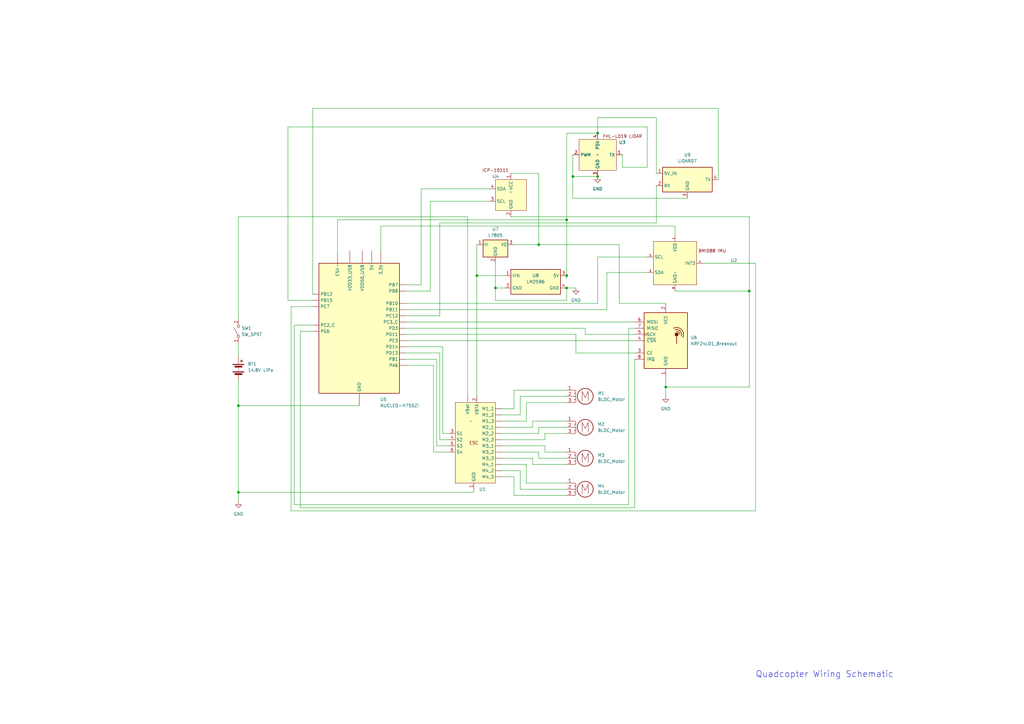
<source format=kicad_sch>
(kicad_sch (version 20230121) (generator eeschema)
  (paper "A3")
  (lib_symbols
    (symbol "Device:Battery" (pin_numbers hide) (pin_names (offset 0) hide)
      (property "Reference" "BT" (at 2.54 2.54 0))
      (property "Value" "Battery" (at 2.54 0 0))
      (symbol "Battery_0_1"
        (rectangle (start -2.286 -1.27) (end 2.286 -1.524) (fill (type outline)))
        (rectangle (start -2.286 1.778) (end 2.286 1.524) (fill (type outline)))
        (rectangle (start -1.524 -2.032) (end 1.524 -2.54) (fill (type outline)))
        (rectangle (start -1.524 1.016) (end 1.524 0.508) (fill (type outline)))
        (polyline (pts (xy 0 -1.016) (xy 0 -0.762)))
        (polyline (pts (xy 0 -0.508) (xy 0 -0.254)))
        (polyline (pts (xy 0 0) (xy 0 0.254)))
        (polyline (pts (xy 0 1.778) (xy 0 2.54)))
        (polyline (pts (xy 0.762 3.048) (xy 1.778 3.048)) (stroke (width 0.254)))
        (polyline (pts (xy 1.27 3.556) (xy 1.27 2.54)) (stroke (width 0.254)))
      )
      (symbol "Battery_1_1"
        (pin passive line (at 0 5.08 270) (length 2.54) (name "+") (number "1"))
        (pin passive line (at 0 -5.08 90) (length 2.54) (name "-") (number "2"))
      )
    )
    (symbol "RF:NRF24L01_Breakout" (pin_names (offset 1.016))
      (property "Reference" "U" (at -8.89 12.7 0))
      (property "Value" "NRF24L01_Breakout" (at 3.81 12.7 0))
      (symbol "NRF24L01_Breakout_0_1"
        (rectangle (start -8.89 11.43) (end 8.89 -11.43) (stroke (width 0.254)) (fill (type background)))
        (polyline (pts (xy 4.445 1.905) (xy 4.445 -1.27)) (stroke (width 0.254)))
        (circle (center 4.445 2.54) (radius 0.635) (stroke (width 0.254)) (fill (type outline)))
        (arc (start 5.715 2.54) (mid 5.3521 3.4546) (end 4.445 3.81) (stroke (width 0.254)))
        (arc (start 6.35 1.905) (mid 5.8763 3.9854) (end 3.81 4.445) (stroke (width 0.254)))
        (arc (start 6.985 1.27) (mid 6.453 4.548) (end 3.175 5.08) (stroke (width 0.254)))
      )
      (symbol "NRF24L01_Breakout_1_1"
        (pin power_in line (at 0 -15.24 90) (length 3.81) (name "GND") (number "1"))
        (pin power_in line (at 0 15.24 270) (length 3.81) (name "VCC") (number "2"))
        (pin input line (at -12.7 -5.08 0) (length 3.81) (name "CE") (number "3"))
        (pin input line (at -12.7 0 0) (length 3.81) (name "~{CSN}") (number "4"))
        (pin input clock (at -12.7 2.54 0) (length 3.81) (name "SCK") (number "5"))
        (pin input line (at -12.7 7.62 0) (length 3.81) (name "MOSI") (number "6"))
        (pin output line (at -12.7 5.08 0) (length 3.81) (name "MISO") (number "7"))
        (pin output line (at -12.7 -7.62 0) (length 3.81) (name "IRQ") (number "8"))
      )
    )
    (symbol "Regulator_Linear:LM7805_TO220" (pin_names (offset 0.254))
      (property "Reference" "U" (at -3.81 3.175 0))
      (property "Value" "LM7805_TO220" (at 0 3.175 0))
      (symbol "LM7805_TO220_0_1"
        (rectangle (start -5.08 1.905) (end 5.08 -5.08) (stroke (width 0.254)) (fill (type background)))
      )
      (symbol "LM7805_TO220_1_1"
        (pin power_in line (at -7.62 0 0) (length 2.54) (name "VI") (number "1"))
        (pin power_in line (at 0 -7.62 90) (length 2.54) (name "GND") (number "2"))
        (pin power_out line (at 7.62 0 180) (length 2.54) (name "VO") (number "3"))
      )
    )
    (symbol "Regulator_Switching:LM2595S-5"
      (property "Reference" "U9" (at 0 10.16 0))
      (property "Value" "LIDAR07" (at 0 7.62 0))
      (symbol "LM2595S-5_0_1"
        (rectangle (start -10.16 5.08) (end 10.16 -5.08) (stroke (width 0.254)) (fill (type background)))
      )
      (symbol "LM2595S-5_1_1"
        (pin power_in line (at -12.7 2.54 0) (length 2.54) (name "5V_IN") (number "1"))
        (pin input line (at -12.7 -2.54 0) (length 2.54) (name "RX") (number "2"))
        (pin power_in line (at 0 -7.62 90) (length 2.54) (name "GND") (number "3"))
        (pin output line (at 12.7 0 180) (length 2.54) (name "TX") (number "4"))
      )
    )
    (symbol "Regulator_Switching:LM2596S-5"
      (property "Reference" "U8" (at 0 2.54 0))
      (property "Value" "LM2596" (at 0 0 0))
      (symbol "LM2596S-5_0_1"
        (rectangle (start -10.16 5.08) (end 10.16 -5.08) (stroke (width 0.254)) (fill (type background)))
      )
      (symbol "LM2596S-5_1_1"
        (pin power_in line (at -12.7 2.54 0) (length 2.54) (name "VIN") (number "1"))
        (pin input line (at -12.7 -2.54 0) (length 2.54) (name "GND") (number "2"))
        (pin input line (at 12.7 2.54 180) (length 2.54) (name "5V") (number "3"))
        (pin output line (at 12.7 -2.54 180) (length 2.54) (name "GND") (number "4"))
      )
    )
    (symbol "SP_Library:BLDC_Motor" (pin_names (offset 0) hide)
      (property "Reference" "M" (at 3.81 2.54 0))
      (property "Value" "BLDC_Motor" (at 3.81 1.27 0))
      (symbol "BLDC_Motor_0_0"
        (polyline (pts (xy -1.27 -1.778) (xy -1.27 2.032) (xy 0 -0.508) (xy 1.27 2.032) (xy 1.27 -1.778)))
      )
      (symbol "BLDC_Motor_0_1"
        (arc (start -4.445 -2.54) (mid -3.8127 -1.905) (end -4.445 -1.27))
        (arc (start -4.445 -1.27) (mid -3.8127 -0.635) (end -4.445 0))
        (arc (start -4.445 0) (mid -3.8127 0.635) (end -4.445 1.27))
        (arc (start -4.445 1.27) (mid -3.8127 1.905) (end -4.445 2.54))
        (polyline (pts (xy -5.08 -2.54) (xy -4.445 -2.54)))
        (polyline (pts (xy -5.08 2.54) (xy -4.445 2.54)))
        (polyline (pts (xy -4.445 0) (xy -5.08 0)))
        (circle (center 0 0) (radius 3.2512) (stroke (width 0.254)))
      )
      (symbol "BLDC_Motor_1_1"
        (pin passive line (at -7.62 2.54 0) (length 2.54) (name "~") (number "1"))
        (pin passive line (at -7.62 0 0) (length 2.54) (name "~") (number "2"))
        (pin passive line (at -7.62 -2.54 0) (length 2.54) (name "~") (number "3"))
      )
    )
    (symbol "SP_Library:BLS_50A_4-in-1_ESC"
      (property "Reference" "U" (at 0 2.54 0))
      (symbol "BLS_50A_4-in-1_ESC_1_1"
        (rectangle (start -7.62 15.24) (end 8.89 -17.78) (fill (type background)))
        (text "ESC" (at 0 -1.27 0) (effects (font (size 1.27 1.27))))
        (pin output line (at 11.43 12.7 180) (length 2.54) (name "M1_1") (number ""))
        (pin output line (at 11.43 10.16 180) (length 2.54) (name "M1_2") (number ""))
        (pin output line (at 11.43 7.62 180) (length 2.54) (name "M1_3") (number ""))
        (pin output line (at 11.43 5.08 180) (length 2.54) (name "M2_1") (number ""))
        (pin output line (at 11.43 2.54 180) (length 2.54) (name "M2_2") (number ""))
        (pin output line (at 11.43 0 180) (length 2.54) (name "M2_3") (number ""))
        (pin output line (at 11.43 -2.54 180) (length 2.54) (name "M3_1") (number ""))
        (pin output line (at 11.43 -5.08 180) (length 2.54) (name "M3_2") (number ""))
        (pin output line (at 11.43 -7.62 180) (length 2.54) (name "M3_3") (number ""))
        (pin output line (at 11.43 -10.16 180) (length 2.54) (name "M4_1") (number ""))
        (pin output line (at 11.43 -12.7 180) (length 2.54) (name "M4_2") (number ""))
        (pin output line (at 11.43 -15.24 180) (length 2.54) (name "M4_3") (number ""))
        (pin power_in line (at -2.54 17.78 270) (length 2.54) (name "VBat") (number ""))
        (pin power_in line (at 0 -20.32 90) (length 2.54) (name "GND") (number "1"))
        (pin power_out line (at 1.27 17.78 270) (length 2.54) (name "VBTA") (number "2"))
        (pin input line (at -10.16 2.54 0) (length 2.54) (name "S1") (number "3"))
        (pin input line (at -10.16 0 0) (length 2.54) (name "S2") (number "4"))
        (pin input line (at -10.16 -2.54 0) (length 2.54) (name "S3") (number "5"))
        (pin input line (at -10.16 -5.08 0) (length 2.54) (name "S4") (number "6"))
      )
    )
    (symbol "SP_Library:BMI088_I2C"
      (property "Reference" "U" (at 11.43 11.43 0))
      (symbol "BMI088_I2C_1_1"
        (rectangle (start -8.89 12.7) (end 8.89 -5.08) (fill (type background)))
        (text "BMI088 IMU" (at 15.24 8.89 0) (effects (font (size 1.27 1.27))))
        (pin power_in line (at 0 -7.62 90) (length 2.54) (name "GND") (number "0"))
        (pin power_in line (at 0 15.24 270) (length 2.54) (name "VDD") (number "1"))
        (pin input line (at -11.43 6.35 0) (length 2.54) (name "SCL") (number "2"))
        (pin bidirectional line (at -11.43 0 0) (length 2.54) (name "SDA") (number "3"))
        (pin output line (at 11.43 3.81 180) (length 2.54) (name "INT3") (number "4"))
      )
    )
    (symbol "SP_Library:FHL-LD19_LiDAR"
      (property "Reference" "U" (at 2.54 10.16 0))
      (symbol "FHL-LD19_LiDAR_1_1"
        (rectangle (start -7.62 6.35) (end 7.62 -6.35) (fill (type background)))
        (text "FHL-LD19 LiDAR" (at 10.16 7.62 0) (effects (font (size 1.27 1.27))))
        (pin output line (at 10.16 0 180) (length 2.54) (name "TX") (number "1"))
        (pin input line (at -10.16 0 0) (length 2.54) (name "PWM") (number "2"))
        (pin power_in line (at 0 -8.89 90) (length 2.54) (name "GND") (number "3"))
        (pin power_in line (at 0 8.89 270) (length 2.54) (name "P5V") (number "4"))
      )
    )
    (symbol "SP_Library:ICP-10111"
      (property "Reference" "U4" (at -7.62 6.35 0))
      (property "Value" "~" (at 0 0 0))
      (symbol "ICP-10111_1_1"
        (rectangle (start -6.35 5.08) (end 6.35 -7.62) (fill (type background)))
        (text "ICP-10111" (at -6.35 8.89 0) (effects (font (size 1.27 1.27))))
        (pin power_in line (at 0 7.62 270) (length 2.54) (name "VCC") (number "1"))
        (pin power_in line (at 0 -10.16 90) (length 2.54) (name "GND") (number "2"))
        (pin input line (at -8.89 -3.81 0) (length 2.54) (name "SCL") (number "3"))
        (pin bidirectional line (at -8.89 1.27 0) (length 2.54) (name "SDA") (number "4"))
      )
    )
    (symbol "SP_Library:NUCLEO-H755ZI_Drone"
      (property "Reference" "U5" (at 8.5441 -34.29 0))
      (property "Value" "NUCLEO-H755ZI" (at 8.5441 -36.83 0))
      (symbol "NUCLEO-H755ZI_Drone_0_1"
        (rectangle (start -16.51 21.59) (end 16.51 -31.75) (stroke (width 0.254)) (fill (type background)))
      )
      (symbol "NUCLEO-H755ZI_Drone_1_1"
        (pin power_out line (at 8.89 26.67 270) (length 5.08) (name "3.3V") (number ""))
        (pin power_out line (at 5.08 26.67 270) (length 5.08) (name "5V") (number ""))
        (pin power_in line (at -8.89 25.4 270) (length 5.08) (name "E5V") (number ""))
        (pin power_in line (at 0 -36.83 90) (length 5.08) (name "GND") (number ""))
        (pin output line (at 19.05 -20.32 180) (length 2.54) (name "PA6") (number ""))
        (pin output line (at 19.05 -17.78 180) (length 2.54) (name "PB1") (number ""))
        (pin output line (at 19.05 5.08 180) (length 2.54) (name "PB10") (number ""))
        (pin output line (at 19.05 2.54 180) (length 2.54) (name "PB11") (number ""))
        (pin input line (at -19.05 8.89 0) (length 2.54) (name "PB12") (number ""))
        (pin input line (at -19.05 6.35 0) (length 2.54) (name "PB15") (number ""))
        (pin bidirectional line (at 19.05 12.7 180) (length 2.54) (name "PB7") (number ""))
        (pin output line (at 19.05 10.16 180) (length 2.54) (name "PB8") (number ""))
        (pin output line (at 19.05 0 180) (length 2.54) (name "PC12") (number ""))
        (pin bidirectional line (at -19.05 -3.81 0) (length 2.54) (name "PC2_C") (number ""))
        (pin bidirectional line (at 19.05 -2.54 180) (length 2.54) (name "PC3_C") (number ""))
        (pin input line (at -19.05 3.81 0) (length 2.54) (name "PC7") (number ""))
        (pin bidirectional line (at 19.05 -7.62 180) (length 2.54) (name "PD11") (number ""))
        (pin output line (at 19.05 -15.24 180) (length 2.54) (name "PD13") (number ""))
        (pin output line (at 19.05 -12.7 180) (length 2.54) (name "PD14") (number ""))
        (pin bidirectional line (at 19.05 -5.08 180) (length 2.54) (name "PD3") (number ""))
        (pin bidirectional line (at 19.05 -10.16 180) (length 2.54) (name "PE3") (number ""))
        (pin bidirectional line (at -19.05 -6.35 0) (length 2.54) (name "PG6") (number ""))
        (pin power_in line (at -3.81 26.67 270) (length 5.08) (name "VDD33_USB") (number ""))
        (pin power_in line (at 1.27 26.67 270) (length 5.08) (name "VDD50_USB") (number ""))
      )
    )
    (symbol "Switch:SW_SPST" (pin_names (offset 0) hide)
      (property "Reference" "SW" (at 0 3.175 0))
      (property "Value" "SW_SPST" (at 0 -2.54 0))
      (symbol "SW_SPST_0_0"
        (circle (center -2.032 0) (radius 0.508))
        (polyline (pts (xy -1.524 0.254) (xy 1.524 1.778)))
        (circle (center 2.032 0) (radius 0.508))
      )
      (symbol "SW_SPST_1_1"
        (pin passive line (at -5.08 0 0) (length 2.54) (name "A") (number "1"))
        (pin passive line (at 5.08 0 180) (length 2.54) (name "B") (number "2"))
      )
    )
    (symbol "power:GND" (power) (pin_names (offset 0))
      (property "Value" "GND" (at 0 -3.81 0))
      (symbol "GND_0_1"
        (polyline (pts (xy 0 0) (xy 0 -1.27) (xy 1.27 -1.27) (xy 0 -2.54) (xy -1.27 -1.27) (xy 0 -1.27)))
      )
      (symbol "GND_1_1"
        (pin power_in line (at 0 0 270) (length 0) hide (name "GND") (number "1"))
      )
    )
  )
  (junction (at 203.2 118.11))
  (junction (at 232.41 118.11))
  (junction (at 245.11 54.61))
  (junction (at 273.05 158.75))
  (junction (at 245.11 72.39))
  (junction (at 234.95 72.39))
  (junction (at 232.41 90.17))
  (junction (at 97.79 166.37))
  (junction (at 307.34 119.38))
  (junction (at 195.58 113.03))
  (junction (at 232.41 113.03))
  (junction (at 220.98 100.33))
  (junction (at 97.79 201.93))
  (wire (pts (xy 260.35 147.32) (xy 260.35 208.28)))
  (wire (pts (xy 232.41 114.3) (xy 232.41 113.03)))
  (wire (pts (xy 172.72 77.47) (xy 172.72 116.84)))
  (wire (pts (xy 97.79 156.21) (xy 97.79 166.37)))
  (wire (pts (xy 205.74 187.96) (xy 218.44 187.96)))
  (wire (pts (xy 166.37 124.46) (xy 245.11 124.46)))
  (wire (pts (xy 194.31 200.66) (xy 194.31 201.93)))
  (wire (pts (xy 156.21 102.87) (xy 156.21 92.71)))
  (wire (pts (xy 205.74 193.04) (xy 213.36 193.04)))
  (wire (pts (xy 166.37 132.08) (xy 260.35 132.08)))
  (wire (pts (xy 180.34 180.34) (xy 180.34 144.78)))
  (wire (pts (xy 232.41 123.19) (xy 232.41 118.11)))
  (wire (pts (xy 205.74 175.26) (xy 218.44 175.26)))
  (wire (pts (xy 118.11 123.19) (xy 128.27 123.19)))
  (wire (pts (xy 179.07 182.88) (xy 184.15 182.88)))
  (wire (pts (xy 205.74 167.64) (xy 210.82 167.64)))
  (wire (pts (xy 245.11 54.61) (xy 245.11 48.26)))
  (wire (pts (xy 209.55 88.9) (xy 307.34 88.9)))
  (wire (pts (xy 176.53 82.55) (xy 200.66 82.55)))
  (wire (pts (xy 180.34 180.34) (xy 184.15 180.34)))
  (wire (pts (xy 232.41 90.17) (xy 138.43 90.17)))
  (wire (pts (xy 195.58 113.03) (xy 195.58 162.56)))
  (wire (pts (xy 257.81 207.01) (xy 120.65 207.01)))
  (wire (pts (xy 123.19 135.89) (xy 123.19 208.28)))
  (wire (pts (xy 232.41 90.17) (xy 232.41 113.03)))
  (wire (pts (xy 119.38 125.73) (xy 128.27 125.73)))
  (wire (pts (xy 97.79 166.37) (xy 97.79 201.93)))
  (wire (pts (xy 166.37 134.62) (xy 240.03 134.62)))
  (wire (pts (xy 119.38 125.73) (xy 119.38 209.55)))
  (wire (pts (xy 203.2 118.11) (xy 207.01 118.11)))
  (wire (pts (xy 257.81 134.62) (xy 260.35 134.62)))
  (wire (pts (xy 265.43 68.58) (xy 255.27 68.58)))
  (wire (pts (xy 180.34 144.78) (xy 166.37 144.78)))
  (wire (pts (xy 213.36 162.56) (xy 213.36 170.18)))
  (wire (pts (xy 205.74 177.8) (xy 220.98 177.8)))
  (wire (pts (xy 234.95 63.5) (xy 234.95 72.39)))
  (wire (pts (xy 254 124.46) (xy 273.05 124.46)))
  (wire (pts (xy 128.27 133.35) (xy 120.65 133.35)))
  (wire (pts (xy 257.81 134.62) (xy 257.81 207.01)))
  (wire (pts (xy 276.86 92.71) (xy 276.86 96.52)))
  (wire (pts (xy 276.86 119.38) (xy 307.34 119.38)))
  (wire (pts (xy 203.2 118.11) (xy 203.2 123.19)))
  (wire (pts (xy 213.36 162.56) (xy 232.41 162.56)))
  (wire (pts (xy 248.92 127) (xy 248.92 111.76)))
  (wire (pts (xy 223.52 177.8) (xy 223.52 180.34)))
  (wire (pts (xy 220.98 175.26) (xy 220.98 177.8)))
  (wire (pts (xy 210.82 100.33) (xy 220.98 100.33)))
  (wire (pts (xy 205.74 195.58) (xy 210.82 195.58)))
  (wire (pts (xy 181.61 177.8) (xy 181.61 142.24)))
  (wire (pts (xy 260.35 208.28) (xy 123.19 208.28)))
  (wire (pts (xy 245.11 48.26) (xy 269.24 48.26)))
  (wire (pts (xy 269.24 76.2) (xy 269.24 91.44)))
  (wire (pts (xy 180.34 91.44) (xy 180.34 129.54)))
  (wire (pts (xy 176.53 82.55) (xy 176.53 119.38)))
  (wire (pts (xy 269.24 48.26) (xy 269.24 71.12)))
  (wire (pts (xy 220.98 100.33) (xy 254 100.33)))
  (wire (pts (xy 118.11 52.07) (xy 118.11 123.19)))
  (wire (pts (xy 288.29 107.95) (xy 309.88 107.95)))
  (wire (pts (xy 240.03 137.16) (xy 260.35 137.16)))
  (wire (pts (xy 245.11 124.46) (xy 245.11 105.41)))
  (wire (pts (xy 166.37 139.7) (xy 260.35 139.7)))
  (wire (pts (xy 215.9 198.12) (xy 232.41 198.12)))
  (wire (pts (xy 172.72 77.47) (xy 200.66 77.47)))
  (wire (pts (xy 269.24 91.44) (xy 180.34 91.44)))
  (wire (pts (xy 232.41 54.61) (xy 245.11 54.61)))
  (wire (pts (xy 97.79 88.9) (xy 191.77 88.9)))
  (wire (pts (xy 307.34 88.9) (xy 307.34 119.38)))
  (wire (pts (xy 177.8 149.86) (xy 166.37 149.86)))
  (wire (pts (xy 205.74 180.34) (xy 223.52 180.34)))
  (wire (pts (xy 232.41 118.11) (xy 236.22 118.11)))
  (wire (pts (xy 203.2 107.95) (xy 203.2 118.11)))
  (wire (pts (xy 245.11 72.39) (xy 234.95 72.39)))
  (wire (pts (xy 120.65 133.35) (xy 120.65 207.01)))
  (wire (pts (xy 236.22 137.16) (xy 166.37 137.16)))
  (wire (pts (xy 220.98 187.96) (xy 232.41 187.96)))
  (wire (pts (xy 309.88 107.95) (xy 309.88 209.55)))
  (wire (pts (xy 215.9 165.1) (xy 215.9 172.72)))
  (wire (pts (xy 118.11 52.07) (xy 265.43 52.07)))
  (wire (pts (xy 205.74 170.18) (xy 213.36 170.18)))
  (wire (pts (xy 97.79 201.93) (xy 97.79 205.74)))
  (wire (pts (xy 223.52 182.88) (xy 223.52 185.42)))
  (wire (pts (xy 97.79 88.9) (xy 97.79 130.81)))
  (wire (pts (xy 210.82 160.02) (xy 232.41 160.02)))
  (wire (pts (xy 218.44 187.96) (xy 218.44 190.5)))
  (wire (pts (xy 240.03 137.16) (xy 240.03 134.62)))
  (wire (pts (xy 195.58 113.03) (xy 207.01 113.03)))
  (wire (pts (xy 307.34 158.75) (xy 273.05 158.75)))
  (wire (pts (xy 179.07 182.88) (xy 179.07 147.32)))
  (wire (pts (xy 232.41 54.61) (xy 232.41 90.17)))
  (wire (pts (xy 210.82 195.58) (xy 210.82 203.2)))
  (wire (pts (xy 180.34 129.54) (xy 166.37 129.54)))
  (wire (pts (xy 177.8 185.42) (xy 177.8 149.86)))
  (wire (pts (xy 172.72 116.84) (xy 166.37 116.84)))
  (wire (pts (xy 205.74 172.72) (xy 215.9 172.72)))
  (wire (pts (xy 166.37 127) (xy 248.92 127)))
  (wire (pts (xy 234.95 81.28) (xy 234.95 72.39)))
  (wire (pts (xy 218.44 172.72) (xy 232.41 172.72)))
  (wire (pts (xy 294.64 73.66) (xy 294.64 44.45)))
  (wire (pts (xy 218.44 172.72) (xy 218.44 175.26)))
  (wire (pts (xy 119.38 209.55) (xy 309.88 209.55)))
  (wire (pts (xy 210.82 160.02) (xy 210.82 167.64)))
  (wire (pts (xy 265.43 68.58) (xy 265.43 52.07)))
  (wire (pts (xy 210.82 203.2) (xy 232.41 203.2)))
  (wire (pts (xy 307.34 119.38) (xy 307.34 158.75)))
  (wire (pts (xy 191.77 88.9) (xy 191.77 162.56)))
  (wire (pts (xy 128.27 120.65) (xy 128.27 44.45)))
  (wire (pts (xy 205.74 185.42) (xy 220.98 185.42)))
  (wire (pts (xy 245.11 105.41) (xy 265.43 105.41)))
  (wire (pts (xy 128.27 135.89) (xy 123.19 135.89)))
  (wire (pts (xy 194.31 201.93) (xy 97.79 201.93)))
  (wire (pts (xy 181.61 177.8) (xy 184.15 177.8)))
  (wire (pts (xy 273.05 154.94) (xy 273.05 158.75)))
  (wire (pts (xy 156.21 92.71) (xy 276.86 92.71)))
  (wire (pts (xy 248.92 111.76) (xy 265.43 111.76)))
  (wire (pts (xy 223.52 185.42) (xy 232.41 185.42)))
  (wire (pts (xy 97.79 166.37) (xy 147.32 166.37)))
  (wire (pts (xy 215.9 165.1) (xy 232.41 165.1)))
  (wire (pts (xy 179.07 147.32) (xy 166.37 147.32)))
  (wire (pts (xy 254 100.33) (xy 254 124.46)))
  (wire (pts (xy 223.52 177.8) (xy 232.41 177.8)))
  (wire (pts (xy 203.2 123.19) (xy 232.41 123.19)))
  (wire (pts (xy 281.94 81.28) (xy 234.95 81.28)))
  (wire (pts (xy 128.27 44.45) (xy 294.64 44.45)))
  (wire (pts (xy 220.98 100.33) (xy 220.98 71.12)))
  (wire (pts (xy 213.36 193.04) (xy 213.36 200.66)))
  (wire (pts (xy 177.8 185.42) (xy 184.15 185.42)))
  (wire (pts (xy 260.35 144.78) (xy 236.22 144.78)))
  (wire (pts (xy 205.74 182.88) (xy 223.52 182.88)))
  (wire (pts (xy 220.98 175.26) (xy 232.41 175.26)))
  (wire (pts (xy 273.05 158.75) (xy 273.05 162.56)))
  (wire (pts (xy 205.74 190.5) (xy 215.9 190.5)))
  (wire (pts (xy 181.61 142.24) (xy 166.37 142.24)))
  (wire (pts (xy 220.98 185.42) (xy 220.98 187.96)))
  (wire (pts (xy 213.36 200.66) (xy 232.41 200.66)))
  (wire (pts (xy 218.44 190.5) (xy 232.41 190.5)))
  (wire (pts (xy 195.58 100.33) (xy 195.58 113.03)))
  (wire (pts (xy 97.79 140.97) (xy 97.79 146.05)))
  (wire (pts (xy 176.53 119.38) (xy 166.37 119.38)))
  (wire (pts (xy 220.98 71.12) (xy 209.55 71.12)))
  (wire (pts (xy 236.22 144.78) (xy 236.22 137.16)))
  (wire (pts (xy 215.9 190.5) (xy 215.9 198.12)))
  (wire (pts (xy 138.43 90.17) (xy 138.43 104.14)))
  (wire (pts (xy 255.27 68.58) (xy 255.27 63.5)))
  (text "Quadcopter Wiring Schematic" (at 309.88 278.13 0) (effects (font (size 2.54 2.54)) (justify left bottom)))
  (symbol (lib_id "SP_Library:FHL-LD19_LiDAR") (at 245.11 63.5 0) (unit 1)
    (property "Reference" "U3" (at 255.27 58.42 0))
    (property "Value" "~" (at 245.11 63.5 0))
  )
  (symbol (lib_id "SP_Library:NUCLEO-H755ZI_Drone") (at 147.32 129.54 0) (unit 1)
    (property "Reference" "U5" (at 155.8641 163.83 0) (effects (justify left)))
    (property "Value" "NUCLEO-H755ZI" (at 155.8641 166.37 0) (effects (justify left)))
    (property "Footprint" "Package_QFP:LQFP-144_20x20mm_P0.5mm" (effects hide))
    (property "Datasheet" "https://www.st.com/resource/en/datasheet/stm32h755zi.pdf" (effects hide))
  )
  (symbol (lib_id "Regulator_Linear:LM7805_TO220") (at 203.2 100.33 0) (unit 1)
    (property "Reference" "U7" (at 203.2 93.98 0))
    (property "Value" "L7805" (at 203.2 96.52 0))
    (property "Footprint" "Package_TO_SOT_THT:TO-220-3_Vertical" (effects hide))
    (property "Datasheet" "https://www.onsemi.cn/PowerSolutions/document/MC7800-D.PDF" (effects hide))
  )
  (symbol (lib_id "power:GND") (at 273.05 162.56 0) (unit 1)
    (property "Reference" "#PWR03" (effects hide))
    (property "Value" "GND" (at 273.05 167.64 0))
  )
  (symbol (lib_id "Switch:SW_SPST") (at 97.79 135.89 90) (unit 1)
    (property "Reference" "SW1" (at 99.06 134.62 90) (effects (justify right)))
    (property "Value" "SW_SPST" (at 99.06 137.16 90) (effects (justify right)))
  )
  (symbol (lib_id "SP_Library:BLS_50A_4-in-1_ESC") (at 194.31 180.34 0) (unit 1)
    (property "Reference" "U1" (at 196.5041 200.66 0) (effects (justify left)))
    (property "Value" "~" (at 193.04 172.72 0))
  )
  (symbol (lib_id "Regulator_Switching:LM2595S-5") (at 281.94 73.66 0) (unit 1)
    (property "Reference" "U9" (at 281.94 63.5 0))
    (property "Value" "LIDAR07" (at 281.94 66.04 0))
  )
  (symbol (lib_id "Regulator_Switching:LM2596S-5") (at 219.71 115.57 0) (unit 1)
    (property "Reference" "U8" (at 219.71 113.03 0))
    (property "Value" "LM2596" (at 219.71 115.57 0))
  )
  (symbol (lib_id "SP_Library:BMI088_I2C") (at 276.86 111.76 0) (unit 1)
    (property "Reference" "U2" (at 300.99 106.8421 0))
    (property "Value" "~" (at 276.86 111.76 0))
  )
  (symbol (lib_id "RF:NRF24L01_Breakout") (at 273.05 139.7 0) (unit 1)
    (property "Reference" "U6" (at 283.21 138.43 0) (effects (justify left)))
    (property "Value" "NRF24L01_Breakout" (at 283.21 140.97 0) (effects (justify left)))
    (property "Footprint" "RF_Module:nRF24L01_Breakout" (effects hide))
    (property "Datasheet" "http://www.nordicsemi.com/eng/content/download/2730/34105/file/nRF24L01_Product_Specification_v2_0.pdf" (effects hide))
  )
  (symbol (lib_id "SP_Library:BLDC_Motor") (at 240.03 175.26 0) (unit 1)
    (property "Reference" "M2" (at 245.11 173.99 0) (effects (justify left)))
    (property "Value" "BLDC_Motor" (at 245.11 176.53 0) (effects (justify left)))
  )
  (symbol (lib_id "SP_Library:BLDC_Motor") (at 240.03 187.96 0) (unit 1)
    (property "Reference" "M3" (at 245.11 186.69 0) (effects (justify left)))
    (property "Value" "BLDC_Motor" (at 245.11 189.23 0) (effects (justify left)))
  )
  (symbol (lib_id "Device:Battery") (at 97.79 151.13 0) (unit 1)
    (property "Reference" "BT1" (at 101.6 149.2885 0) (effects (justify left)))
    (property "Value" "14.8V LiPo" (at 101.6 151.8285 0) (effects (justify left)))
  )
  (symbol (lib_id "SP_Library:BLDC_Motor") (at 240.03 162.56 0) (unit 1)
    (property "Reference" "M1" (at 245.11 161.29 0) (effects (justify left)))
    (property "Value" "BLDC_Motor" (at 245.11 163.83 0) (effects (justify left)))
  )
  (symbol (lib_id "power:GND") (at 236.22 118.11 0) (unit 1)
    (property "Reference" "#PWR02" (effects hide))
    (property "Value" "GND" (at 236.22 123.19 0))
  )
  (symbol (lib_id "SP_Library:BLDC_Motor") (at 240.03 200.66 0) (unit 1)
    (property "Reference" "M4" (at 245.11 199.39 0) (effects (justify left)))
    (property "Value" "BLDC_Motor" (at 245.11 201.93 0) (effects (justify left)))
  )
  (symbol (lib_id "power:GND") (at 97.79 205.74 0) (unit 1)
    (property "Reference" "#PWR01" (effects hide))
    (property "Value" "GND" (at 97.79 210.82 0))
  )
  (symbol (lib_id "SP_Library:ICP-10111") (at 209.55 78.74 0) (unit 1)
    (property "Reference" "U4" (at 201.93 72.39 0) (effects (justify left)))
    (property "Value" "~" (at 209.55 78.74 0))
  )
  (symbol (lib_id "power:GND") (at 245.11 72.39 0) (unit 1)
    (property "Reference" "#PWR04" (effects hide))
    (property "Value" "GND" (at 245.11 77.47 0))
  )
)
</source>
